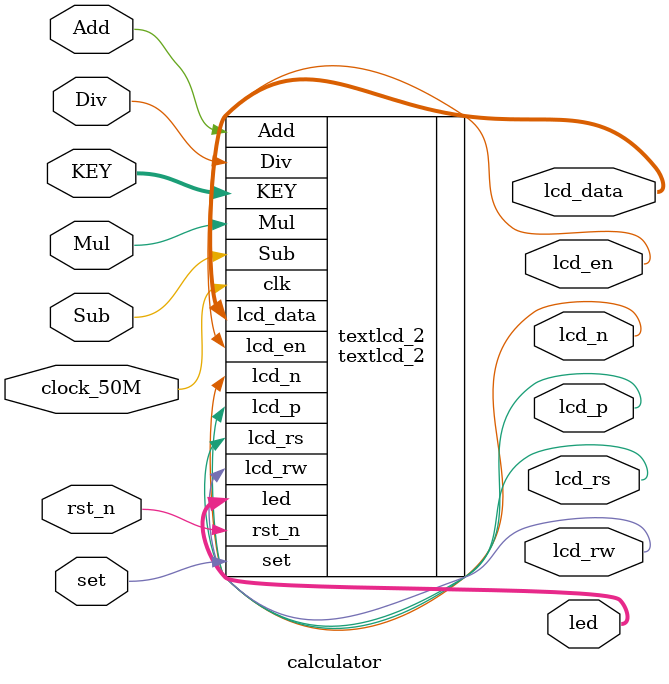
<source format=v>
`timescale 1ns/1ps

module calculator(
	input clock_50M,
	input rst_n,
	input set,
	input [9:0] KEY,
	input Add,
	input Sub,
	input Mul,
	input Div,
	output lcd_rs,
	output lcd_rw,
	output lcd_en,
	output lcd_p,
	output lcd_n,
	output [7:0] lcd_data,
	output [4:0] led);

textlcd_2 textlcd_2(.rst_n(rst_n),
					.clk(clock_50M),
					.set(set),
					.KEY(KEY),
					.Add(Add),.Sub(Sub),.Mul(Mul),.Div(Div),
					.lcd_rs(lcd_rs),
					.lcd_rw(lcd_rw),
					.lcd_en(lcd_en),
					.lcd_p(lcd_p),
					.lcd_n(lcd_n),
					.lcd_data(lcd_data),
					.led(led));
endmodule


</source>
